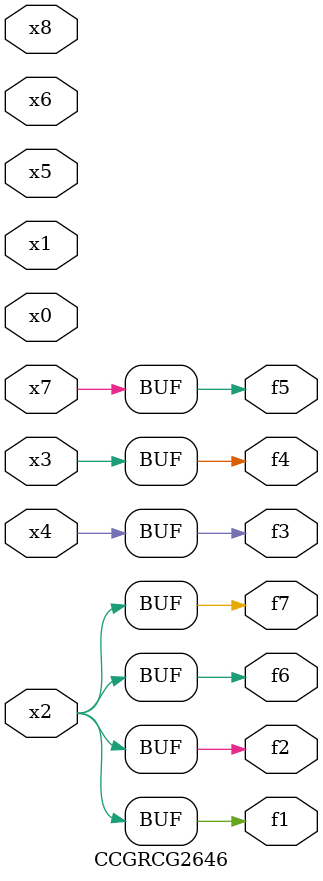
<source format=v>
module CCGRCG2646(
	input x0, x1, x2, x3, x4, x5, x6, x7, x8,
	output f1, f2, f3, f4, f5, f6, f7
);
	assign f1 = x2;
	assign f2 = x2;
	assign f3 = x4;
	assign f4 = x3;
	assign f5 = x7;
	assign f6 = x2;
	assign f7 = x2;
endmodule

</source>
